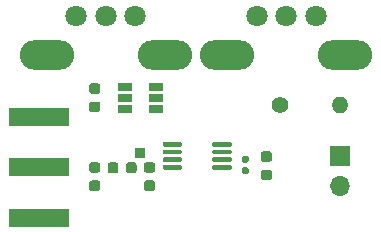
<source format=gbr>
G04 #@! TF.GenerationSoftware,KiCad,Pcbnew,5.1.9-73d0e3b20d~88~ubuntu20.04.1*
G04 #@! TF.CreationDate,2022-01-16T22:13:46+01:00*
G04 #@! TF.ProjectId,RFBandaid,52464261-6e64-4616-9964-2e6b69636164,rev?*
G04 #@! TF.SameCoordinates,Original*
G04 #@! TF.FileFunction,Soldermask,Top*
G04 #@! TF.FilePolarity,Negative*
%FSLAX46Y46*%
G04 Gerber Fmt 4.6, Leading zero omitted, Abs format (unit mm)*
G04 Created by KiCad (PCBNEW 5.1.9-73d0e3b20d~88~ubuntu20.04.1) date 2022-01-16 22:13:46*
%MOMM*%
%LPD*%
G01*
G04 APERTURE LIST*
%ADD10C,1.800000*%
%ADD11O,4.600000X2.500000*%
%ADD12R,0.850000X0.850000*%
%ADD13R,5.080000X1.500000*%
%ADD14R,1.700000X1.700000*%
%ADD15O,1.700000X1.700000*%
%ADD16C,1.400000*%
%ADD17O,1.400000X1.400000*%
%ADD18R,1.220000X0.650000*%
G04 APERTURE END LIST*
D10*
X95970000Y-71940000D03*
X98470000Y-71940000D03*
X100970000Y-71940000D03*
D11*
X93470000Y-75240000D03*
X103470000Y-75240000D03*
X88210000Y-75240000D03*
X78210000Y-75240000D03*
D10*
X85710000Y-71940000D03*
X83210000Y-71940000D03*
X80710000Y-71940000D03*
D12*
X86130000Y-83530000D03*
G36*
G01*
X88015000Y-82875000D02*
X88015000Y-82675000D01*
G75*
G02*
X88115000Y-82575000I100000J0D01*
G01*
X89540000Y-82575000D01*
G75*
G02*
X89640000Y-82675000I0J-100000D01*
G01*
X89640000Y-82875000D01*
G75*
G02*
X89540000Y-82975000I-100000J0D01*
G01*
X88115000Y-82975000D01*
G75*
G02*
X88015000Y-82875000I0J100000D01*
G01*
G37*
G36*
G01*
X88015000Y-83525000D02*
X88015000Y-83325000D01*
G75*
G02*
X88115000Y-83225000I100000J0D01*
G01*
X89540000Y-83225000D01*
G75*
G02*
X89640000Y-83325000I0J-100000D01*
G01*
X89640000Y-83525000D01*
G75*
G02*
X89540000Y-83625000I-100000J0D01*
G01*
X88115000Y-83625000D01*
G75*
G02*
X88015000Y-83525000I0J100000D01*
G01*
G37*
G36*
G01*
X88015000Y-84175000D02*
X88015000Y-83975000D01*
G75*
G02*
X88115000Y-83875000I100000J0D01*
G01*
X89540000Y-83875000D01*
G75*
G02*
X89640000Y-83975000I0J-100000D01*
G01*
X89640000Y-84175000D01*
G75*
G02*
X89540000Y-84275000I-100000J0D01*
G01*
X88115000Y-84275000D01*
G75*
G02*
X88015000Y-84175000I0J100000D01*
G01*
G37*
G36*
G01*
X88015000Y-84825000D02*
X88015000Y-84625000D01*
G75*
G02*
X88115000Y-84525000I100000J0D01*
G01*
X89540000Y-84525000D01*
G75*
G02*
X89640000Y-84625000I0J-100000D01*
G01*
X89640000Y-84825000D01*
G75*
G02*
X89540000Y-84925000I-100000J0D01*
G01*
X88115000Y-84925000D01*
G75*
G02*
X88015000Y-84825000I0J100000D01*
G01*
G37*
G36*
G01*
X92240000Y-84825000D02*
X92240000Y-84625000D01*
G75*
G02*
X92340000Y-84525000I100000J0D01*
G01*
X93765000Y-84525000D01*
G75*
G02*
X93865000Y-84625000I0J-100000D01*
G01*
X93865000Y-84825000D01*
G75*
G02*
X93765000Y-84925000I-100000J0D01*
G01*
X92340000Y-84925000D01*
G75*
G02*
X92240000Y-84825000I0J100000D01*
G01*
G37*
G36*
G01*
X92240000Y-84175000D02*
X92240000Y-83975000D01*
G75*
G02*
X92340000Y-83875000I100000J0D01*
G01*
X93765000Y-83875000D01*
G75*
G02*
X93865000Y-83975000I0J-100000D01*
G01*
X93865000Y-84175000D01*
G75*
G02*
X93765000Y-84275000I-100000J0D01*
G01*
X92340000Y-84275000D01*
G75*
G02*
X92240000Y-84175000I0J100000D01*
G01*
G37*
G36*
G01*
X92240000Y-83525000D02*
X92240000Y-83325000D01*
G75*
G02*
X92340000Y-83225000I100000J0D01*
G01*
X93765000Y-83225000D01*
G75*
G02*
X93865000Y-83325000I0J-100000D01*
G01*
X93865000Y-83525000D01*
G75*
G02*
X93765000Y-83625000I-100000J0D01*
G01*
X92340000Y-83625000D01*
G75*
G02*
X92240000Y-83525000I0J100000D01*
G01*
G37*
G36*
G01*
X92240000Y-82875000D02*
X92240000Y-82675000D01*
G75*
G02*
X92340000Y-82575000I100000J0D01*
G01*
X93765000Y-82575000D01*
G75*
G02*
X93865000Y-82675000I0J-100000D01*
G01*
X93865000Y-82875000D01*
G75*
G02*
X93765000Y-82975000I-100000J0D01*
G01*
X92340000Y-82975000D01*
G75*
G02*
X92240000Y-82875000I0J100000D01*
G01*
G37*
G36*
G01*
X87160000Y-85185000D02*
X86660000Y-85185000D01*
G75*
G02*
X86435000Y-84960000I0J225000D01*
G01*
X86435000Y-84510000D01*
G75*
G02*
X86660000Y-84285000I225000J0D01*
G01*
X87160000Y-84285000D01*
G75*
G02*
X87385000Y-84510000I0J-225000D01*
G01*
X87385000Y-84960000D01*
G75*
G02*
X87160000Y-85185000I-225000J0D01*
G01*
G37*
G36*
G01*
X87160000Y-86735000D02*
X86660000Y-86735000D01*
G75*
G02*
X86435000Y-86510000I0J225000D01*
G01*
X86435000Y-86060000D01*
G75*
G02*
X86660000Y-85835000I225000J0D01*
G01*
X87160000Y-85835000D01*
G75*
G02*
X87385000Y-86060000I0J-225000D01*
G01*
X87385000Y-86510000D01*
G75*
G02*
X87160000Y-86735000I-225000J0D01*
G01*
G37*
G36*
G01*
X84915000Y-85010000D02*
X84915000Y-84510000D01*
G75*
G02*
X85140000Y-84285000I225000J0D01*
G01*
X85590000Y-84285000D01*
G75*
G02*
X85815000Y-84510000I0J-225000D01*
G01*
X85815000Y-85010000D01*
G75*
G02*
X85590000Y-85235000I-225000J0D01*
G01*
X85140000Y-85235000D01*
G75*
G02*
X84915000Y-85010000I0J225000D01*
G01*
G37*
G36*
G01*
X83365000Y-85010000D02*
X83365000Y-84510000D01*
G75*
G02*
X83590000Y-84285000I225000J0D01*
G01*
X84040000Y-84285000D01*
G75*
G02*
X84265000Y-84510000I0J-225000D01*
G01*
X84265000Y-85010000D01*
G75*
G02*
X84040000Y-85235000I-225000J0D01*
G01*
X83590000Y-85235000D01*
G75*
G02*
X83365000Y-85010000I0J225000D01*
G01*
G37*
G36*
G01*
X82510000Y-86735000D02*
X82010000Y-86735000D01*
G75*
G02*
X81785000Y-86510000I0J225000D01*
G01*
X81785000Y-86060000D01*
G75*
G02*
X82010000Y-85835000I225000J0D01*
G01*
X82510000Y-85835000D01*
G75*
G02*
X82735000Y-86060000I0J-225000D01*
G01*
X82735000Y-86510000D01*
G75*
G02*
X82510000Y-86735000I-225000J0D01*
G01*
G37*
G36*
G01*
X82510000Y-85185000D02*
X82010000Y-85185000D01*
G75*
G02*
X81785000Y-84960000I0J225000D01*
G01*
X81785000Y-84510000D01*
G75*
G02*
X82010000Y-84285000I225000J0D01*
G01*
X82510000Y-84285000D01*
G75*
G02*
X82735000Y-84510000I0J-225000D01*
G01*
X82735000Y-84960000D01*
G75*
G02*
X82510000Y-85185000I-225000J0D01*
G01*
G37*
D13*
X77560000Y-80480000D03*
X77560000Y-88980000D03*
X77560000Y-84730000D03*
D14*
X103060000Y-83730000D03*
D15*
X103060000Y-86270000D03*
G36*
G01*
X94840000Y-83770000D02*
X95180000Y-83770000D01*
G75*
G02*
X95320000Y-83910000I0J-140000D01*
G01*
X95320000Y-84190000D01*
G75*
G02*
X95180000Y-84330000I-140000J0D01*
G01*
X94840000Y-84330000D01*
G75*
G02*
X94700000Y-84190000I0J140000D01*
G01*
X94700000Y-83910000D01*
G75*
G02*
X94840000Y-83770000I140000J0D01*
G01*
G37*
G36*
G01*
X94840000Y-84730000D02*
X95180000Y-84730000D01*
G75*
G02*
X95320000Y-84870000I0J-140000D01*
G01*
X95320000Y-85150000D01*
G75*
G02*
X95180000Y-85290000I-140000J0D01*
G01*
X94840000Y-85290000D01*
G75*
G02*
X94700000Y-85150000I0J140000D01*
G01*
X94700000Y-84870000D01*
G75*
G02*
X94840000Y-84730000I140000J0D01*
G01*
G37*
G36*
G01*
X96560000Y-83365000D02*
X97060000Y-83365000D01*
G75*
G02*
X97285000Y-83590000I0J-225000D01*
G01*
X97285000Y-84040000D01*
G75*
G02*
X97060000Y-84265000I-225000J0D01*
G01*
X96560000Y-84265000D01*
G75*
G02*
X96335000Y-84040000I0J225000D01*
G01*
X96335000Y-83590000D01*
G75*
G02*
X96560000Y-83365000I225000J0D01*
G01*
G37*
G36*
G01*
X96560000Y-84915000D02*
X97060000Y-84915000D01*
G75*
G02*
X97285000Y-85140000I0J-225000D01*
G01*
X97285000Y-85590000D01*
G75*
G02*
X97060000Y-85815000I-225000J0D01*
G01*
X96560000Y-85815000D01*
G75*
G02*
X96335000Y-85590000I0J225000D01*
G01*
X96335000Y-85140000D01*
G75*
G02*
X96560000Y-84915000I225000J0D01*
G01*
G37*
G36*
G01*
X82020000Y-77605000D02*
X82520000Y-77605000D01*
G75*
G02*
X82745000Y-77830000I0J-225000D01*
G01*
X82745000Y-78280000D01*
G75*
G02*
X82520000Y-78505000I-225000J0D01*
G01*
X82020000Y-78505000D01*
G75*
G02*
X81795000Y-78280000I0J225000D01*
G01*
X81795000Y-77830000D01*
G75*
G02*
X82020000Y-77605000I225000J0D01*
G01*
G37*
G36*
G01*
X82020000Y-79155000D02*
X82520000Y-79155000D01*
G75*
G02*
X82745000Y-79380000I0J-225000D01*
G01*
X82745000Y-79830000D01*
G75*
G02*
X82520000Y-80055000I-225000J0D01*
G01*
X82020000Y-80055000D01*
G75*
G02*
X81795000Y-79830000I0J225000D01*
G01*
X81795000Y-79380000D01*
G75*
G02*
X82020000Y-79155000I225000J0D01*
G01*
G37*
D16*
X97970000Y-79460000D03*
D17*
X103050000Y-79460000D03*
D18*
X87480000Y-79780000D03*
X87480000Y-78830000D03*
X87480000Y-77880000D03*
X84860000Y-77880000D03*
X84860000Y-78830000D03*
X84860000Y-79780000D03*
M02*

</source>
